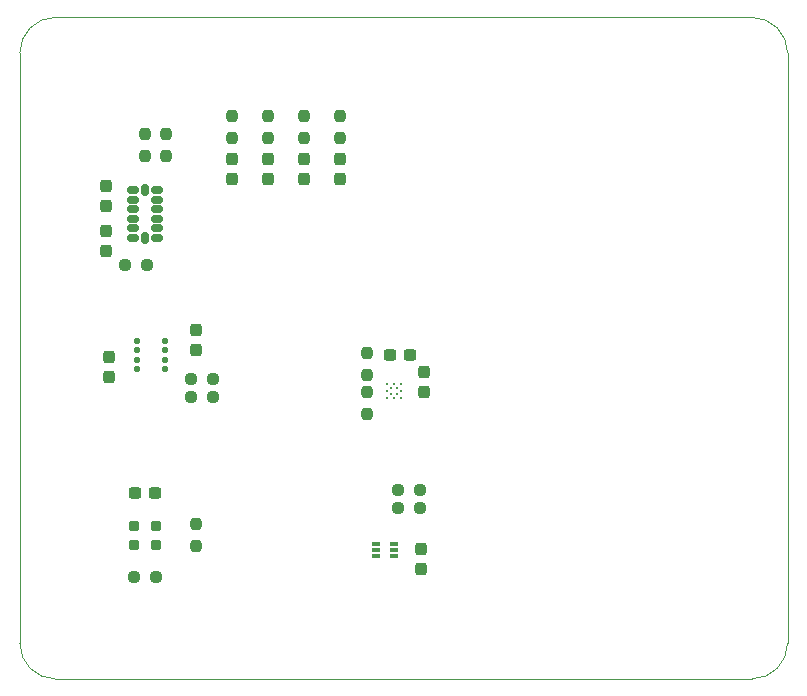
<source format=gbr>
G04 #@! TF.GenerationSoftware,KiCad,Pcbnew,(6.0.4)*
G04 #@! TF.CreationDate,2022-07-17T15:07:22+02:00*
G04 #@! TF.ProjectId,EDU_V2_Hat,4544555f-5632-45f4-9861-742e6b696361,rev?*
G04 #@! TF.SameCoordinates,Original*
G04 #@! TF.FileFunction,Paste,Top*
G04 #@! TF.FilePolarity,Positive*
%FSLAX46Y46*%
G04 Gerber Fmt 4.6, Leading zero omitted, Abs format (unit mm)*
G04 Created by KiCad (PCBNEW (6.0.4)) date 2022-07-17 15:07:22*
%MOMM*%
%LPD*%
G01*
G04 APERTURE LIST*
G04 Aperture macros list*
%AMRoundRect*
0 Rectangle with rounded corners*
0 $1 Rounding radius*
0 $2 $3 $4 $5 $6 $7 $8 $9 X,Y pos of 4 corners*
0 Add a 4 corners polygon primitive as box body*
4,1,4,$2,$3,$4,$5,$6,$7,$8,$9,$2,$3,0*
0 Add four circle primitives for the rounded corners*
1,1,$1+$1,$2,$3*
1,1,$1+$1,$4,$5*
1,1,$1+$1,$6,$7*
1,1,$1+$1,$8,$9*
0 Add four rect primitives between the rounded corners*
20,1,$1+$1,$2,$3,$4,$5,0*
20,1,$1+$1,$4,$5,$6,$7,0*
20,1,$1+$1,$6,$7,$8,$9,0*
20,1,$1+$1,$8,$9,$2,$3,0*%
G04 Aperture macros list end*
G04 #@! TA.AperFunction,Profile*
%ADD10C,0.100000*%
G04 #@! TD*
%ADD11RoundRect,0.237500X-0.237500X0.250000X-0.237500X-0.250000X0.237500X-0.250000X0.237500X0.250000X0*%
%ADD12RoundRect,0.237500X-0.250000X-0.237500X0.250000X-0.237500X0.250000X0.237500X-0.250000X0.237500X0*%
%ADD13RoundRect,0.237500X0.237500X-0.287500X0.237500X0.287500X-0.237500X0.287500X-0.237500X-0.287500X0*%
%ADD14RoundRect,0.125000X-0.137500X0.125000X-0.137500X-0.125000X0.137500X-0.125000X0.137500X0.125000X0*%
%ADD15RoundRect,0.237500X0.237500X-0.300000X0.237500X0.300000X-0.237500X0.300000X-0.237500X-0.300000X0*%
%ADD16RoundRect,0.237500X-0.300000X-0.237500X0.300000X-0.237500X0.300000X0.237500X-0.300000X0.237500X0*%
%ADD17RoundRect,0.150000X-0.325000X-0.150000X0.325000X-0.150000X0.325000X0.150000X-0.325000X0.150000X0*%
%ADD18RoundRect,0.150000X-0.150000X-0.325000X0.150000X-0.325000X0.150000X0.325000X-0.150000X0.325000X0*%
%ADD19RoundRect,0.237500X-0.237500X0.300000X-0.237500X-0.300000X0.237500X-0.300000X0.237500X0.300000X0*%
%ADD20RoundRect,0.237500X0.237500X-0.250000X0.237500X0.250000X-0.237500X0.250000X-0.237500X-0.250000X0*%
%ADD21R,0.700000X0.340000*%
%ADD22C,0.200000*%
%ADD23RoundRect,0.100000X0.300000X0.300000X-0.300000X0.300000X-0.300000X-0.300000X0.300000X-0.300000X0*%
G04 APERTURE END LIST*
D10*
X143546356Y-113817611D02*
X143546356Y-63817611D01*
X78546356Y-63817611D02*
X78546356Y-113817611D01*
X140546356Y-116817556D02*
G75*
G03*
X143546351Y-113822847I44J2999956D01*
G01*
X140546356Y-60817611D02*
X81546356Y-60817611D01*
X81546356Y-116817611D02*
X140546356Y-116817611D01*
X143546389Y-63817611D02*
G75*
G03*
X140546356Y-60817611I-2999989J11D01*
G01*
X81546356Y-60817556D02*
G75*
G03*
X78546356Y-63817611I44J-3000044D01*
G01*
X78546389Y-113817611D02*
G75*
G03*
X81546356Y-116817611I3000011J11D01*
G01*
D11*
X107950000Y-92559500D03*
X107950000Y-94384500D03*
X96520000Y-69191500D03*
X96520000Y-71016500D03*
D12*
X110593500Y-102362000D03*
X112418500Y-102362000D03*
D13*
X102616000Y-74535000D03*
X102616000Y-72785000D03*
D14*
X90849500Y-88208000D03*
X90849500Y-89008000D03*
X90849500Y-89808000D03*
X90849500Y-90608000D03*
X88474500Y-90608000D03*
X88474500Y-89808000D03*
X88474500Y-89008000D03*
X88474500Y-88208000D03*
D15*
X85852000Y-78893500D03*
X85852000Y-80618500D03*
D13*
X105664000Y-74535000D03*
X105664000Y-72785000D03*
D11*
X102616000Y-69191500D03*
X102616000Y-71016500D03*
D12*
X88241500Y-108204000D03*
X90066500Y-108204000D03*
X93067500Y-91440000D03*
X94892500Y-91440000D03*
D16*
X88291500Y-101092000D03*
X90016500Y-101092000D03*
D11*
X99568000Y-69191500D03*
X99568000Y-71016500D03*
D17*
X88154000Y-75470000D03*
X88154000Y-76270000D03*
X88154000Y-77070000D03*
X88154000Y-77870000D03*
X88154000Y-78670000D03*
X88154000Y-79470000D03*
D18*
X89154000Y-79470000D03*
D17*
X90154000Y-79470000D03*
X90154000Y-78670000D03*
X90154000Y-77870000D03*
X90154000Y-77070000D03*
X90154000Y-76270000D03*
X90154000Y-75470000D03*
D18*
X89154000Y-75470000D03*
D19*
X85852000Y-76808500D03*
X85852000Y-75083500D03*
D12*
X87479500Y-81788000D03*
X89304500Y-81788000D03*
D20*
X107950000Y-91082500D03*
X107950000Y-89257500D03*
D21*
X108724000Y-105418000D03*
X108724000Y-105918000D03*
X108724000Y-106418000D03*
X110224000Y-106418000D03*
X110224000Y-105918000D03*
X110224000Y-105418000D03*
D11*
X90932000Y-70715500D03*
X90932000Y-72540500D03*
D15*
X86106000Y-89561500D03*
X86106000Y-91286500D03*
D22*
X109670000Y-93022000D03*
X109670000Y-92456000D03*
X109670000Y-91890000D03*
X109953000Y-92739000D03*
X109953000Y-92173000D03*
X110236000Y-93022000D03*
X110236000Y-91890000D03*
X110519000Y-92739000D03*
X110519000Y-92173000D03*
X110802000Y-93022000D03*
X110802000Y-92456000D03*
X110802000Y-91890000D03*
D13*
X96520000Y-74535000D03*
X96520000Y-72785000D03*
D12*
X110593500Y-100838000D03*
X112418500Y-100838000D03*
D11*
X105664000Y-69191500D03*
X105664000Y-71016500D03*
D16*
X109881500Y-89408000D03*
X111606500Y-89408000D03*
D20*
X93472000Y-105560500D03*
X93472000Y-103735500D03*
D13*
X99568000Y-74535000D03*
X99568000Y-72785000D03*
D23*
X88204000Y-103848000D03*
X88204000Y-105448000D03*
X90104000Y-105448000D03*
X90104000Y-103848000D03*
D19*
X112522000Y-105817500D03*
X112522000Y-107542500D03*
D11*
X89154000Y-70715500D03*
X89154000Y-72540500D03*
D19*
X112776000Y-90831500D03*
X112776000Y-92556500D03*
X93472000Y-87275500D03*
X93472000Y-89000500D03*
D12*
X93067500Y-92964000D03*
X94892500Y-92964000D03*
M02*

</source>
